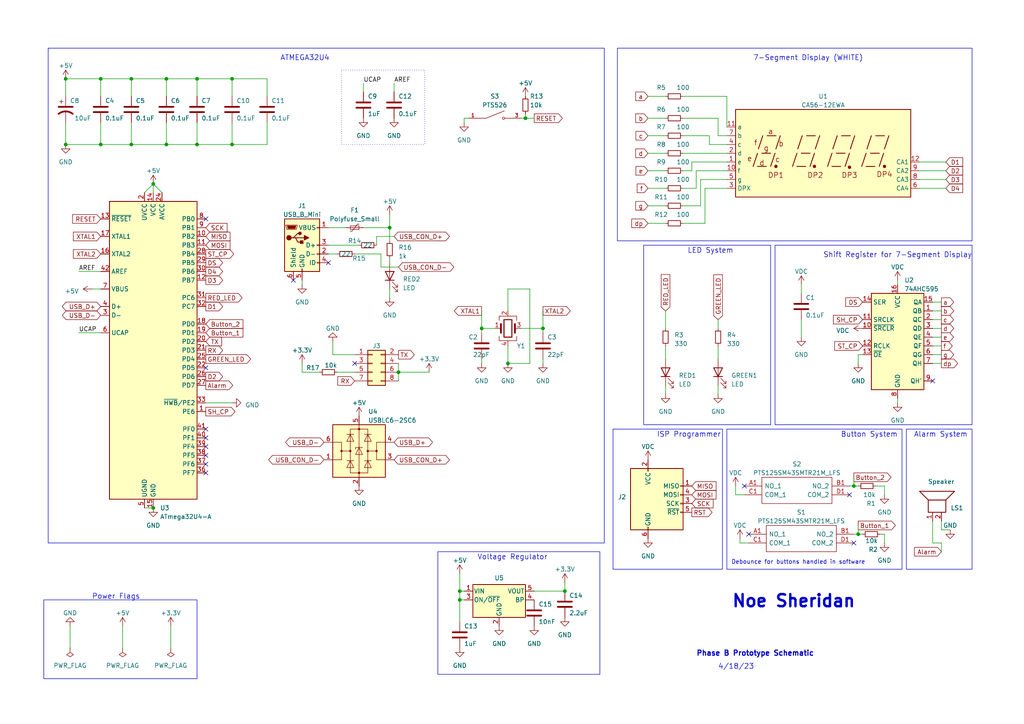
<source format=kicad_sch>
(kicad_sch (version 20230121) (generator eeschema)
  (paper "A4")
  (junction (at 248.92 154.94))
  (junction (at 57.15 41.91))
  (junction (at 57.15 22.86))
  (junction (at 38.1 22.86))
  (junction (at 139.7 95.25))
  (junction (at 48.26 22.86))
  (junction (at 133.35 173.99))
  (junction (at 147.32 105.41))
  (junction (at 19.05 41.91))
  (junction (at 133.35 171.45))
  (junction (at 38.1 41.91))
  (junction (at 29.21 22.86))
  (junction (at 115.57 107.95))
  (junction (at 44.45 147.32))
  (junction (at 163.83 171.45))
  (junction (at 247.65 140.97))
  (junction (at 44.45 53.34))
  (junction (at 113.03 66.04))
  (junction (at 67.31 22.86))
  (junction (at 157.48 95.25))
  (junction (at 29.21 41.91))
  (junction (at 67.31 41.91))
  (junction (at 152.4 34.29))
  (junction (at 48.26 41.91))
  (junction (at 19.05 22.86))
  (no_connect (at 59.69 137.16))
  (no_connect (at 95.25 76.2))
  (no_connect (at 102.87 105.41))
  (no_connect (at 85.09 81.28))
  (no_connect (at 247.65 157.48))
  (no_connect (at 217.17 154.94))
  (no_connect (at 246.38 143.51))
  (no_connect (at 59.69 63.5))
  (no_connect (at 59.69 124.46))
  (no_connect (at 59.69 129.54))
  (no_connect (at 215.9 140.97))
  (no_connect (at 59.69 134.62))
  (no_connect (at 270.51 110.49))
  (no_connect (at 59.69 132.08))
  (no_connect (at 59.69 127))
  (no_connect (at 59.69 106.68))
  (wire (pts (xy 59.69 116.84) (xy 67.31 116.84)))
  (wire (pts (xy 105.41 24.13) (xy 105.41 26.67)))
  (wire (pts (xy 115.57 105.41) (xy 115.57 107.95)))
  (wire (pts (xy 48.26 22.86) (xy 57.15 22.86)))
  (wire (pts (xy 38.1 22.86) (xy 38.1 27.94)))
  (wire (pts (xy 46.99 55.88) (xy 44.45 53.34)))
  (wire (pts (xy 193.04 111.76) (xy 193.04 114.3)))
  (wire (pts (xy 19.05 41.91) (xy 29.21 41.91)))
  (wire (pts (xy 57.15 22.86) (xy 57.15 27.94)))
  (wire (pts (xy 266.7 52.07) (xy 274.32 52.07)))
  (wire (pts (xy 193.04 100.33) (xy 193.04 104.14)))
  (wire (pts (xy 109.22 68.58) (xy 114.3 68.58)))
  (wire (pts (xy 95.25 71.12) (xy 104.14 71.12)))
  (wire (pts (xy 154.94 34.29) (xy 152.4 34.29)))
  (wire (pts (xy 198.12 34.29) (xy 208.28 34.29)))
  (wire (pts (xy 213.36 140.97) (xy 213.36 143.51)))
  (wire (pts (xy 152.4 33.02) (xy 152.4 34.29)))
  (wire (pts (xy 204.47 64.77) (xy 204.47 54.61)))
  (wire (pts (xy 95.25 73.66) (xy 97.79 73.66)))
  (wire (pts (xy 208.28 111.76) (xy 208.28 114.3)))
  (wire (pts (xy 147.32 83.82) (xy 147.32 90.17)))
  (wire (pts (xy 87.63 107.95) (xy 92.71 107.95)))
  (wire (pts (xy 19.05 22.86) (xy 19.05 27.94)))
  (wire (pts (xy 77.47 22.86) (xy 77.47 27.94)))
  (wire (pts (xy 203.2 52.07) (xy 210.82 52.07)))
  (wire (pts (xy 273.05 157.48) (xy 270.51 157.48)))
  (wire (pts (xy 198.12 59.69) (xy 203.2 59.69)))
  (wire (pts (xy 57.15 41.91) (xy 67.31 41.91)))
  (wire (pts (xy 133.35 173.99) (xy 133.35 180.34)))
  (wire (pts (xy 147.32 100.33) (xy 147.32 105.41)))
  (wire (pts (xy 110.49 73.66) (xy 110.49 77.47)))
  (wire (pts (xy 113.03 74.93) (xy 113.03 76.2)))
  (wire (pts (xy 210.82 27.94) (xy 210.82 36.83)))
  (wire (pts (xy 96.52 99.06) (xy 96.52 102.87)))
  (wire (pts (xy 113.03 66.04) (xy 113.03 69.85)))
  (wire (pts (xy 157.48 105.41) (xy 157.48 104.14)))
  (wire (pts (xy 260.35 115.57) (xy 260.35 116.84)))
  (wire (pts (xy 187.96 49.53) (xy 193.04 49.53)))
  (wire (pts (xy 102.87 73.66) (xy 110.49 73.66)))
  (wire (pts (xy 200.66 46.99) (xy 210.82 46.99)))
  (wire (pts (xy 204.47 54.61) (xy 210.82 54.61)))
  (wire (pts (xy 105.41 66.04) (xy 113.03 66.04)))
  (wire (pts (xy 201.93 49.53) (xy 210.82 49.53)))
  (wire (pts (xy 35.56 181.61) (xy 35.56 187.96)))
  (wire (pts (xy 247.65 154.94) (xy 248.92 154.94)))
  (wire (pts (xy 153.67 83.82) (xy 153.67 105.41)))
  (wire (pts (xy 133.35 166.37) (xy 133.35 171.45)))
  (wire (pts (xy 49.53 181.61) (xy 49.53 187.96)))
  (wire (pts (xy 110.49 77.47) (xy 115.57 77.47)))
  (wire (pts (xy 187.96 44.45) (xy 193.04 44.45)))
  (wire (pts (xy 48.26 35.56) (xy 48.26 41.91)))
  (wire (pts (xy 147.32 105.41) (xy 153.67 105.41)))
  (wire (pts (xy 260.35 81.28) (xy 260.35 82.55)))
  (wire (pts (xy 270.51 100.33) (xy 273.05 100.33)))
  (wire (pts (xy 38.1 35.56) (xy 38.1 41.91)))
  (wire (pts (xy 154.94 171.45) (xy 163.83 171.45)))
  (wire (pts (xy 187.96 27.94) (xy 193.04 27.94)))
  (wire (pts (xy 139.7 95.25) (xy 139.7 96.52)))
  (wire (pts (xy 200.66 49.53) (xy 198.12 49.53)))
  (wire (pts (xy 198.12 54.61) (xy 201.93 54.61)))
  (wire (pts (xy 97.79 107.95) (xy 102.87 107.95)))
  (wire (pts (xy 187.96 54.61) (xy 193.04 54.61)))
  (wire (pts (xy 87.63 107.95) (xy 87.63 105.41)))
  (wire (pts (xy 19.05 22.86) (xy 29.21 22.86)))
  (wire (pts (xy 113.03 66.04) (xy 113.03 62.23)))
  (wire (pts (xy 198.12 44.45) (xy 210.82 44.45)))
  (wire (pts (xy 248.92 154.94) (xy 250.19 154.94)))
  (wire (pts (xy 77.47 35.56) (xy 77.47 41.91)))
  (wire (pts (xy 115.57 107.95) (xy 124.46 107.95)))
  (wire (pts (xy 134.62 173.99) (xy 133.35 173.99)))
  (wire (pts (xy 48.26 22.86) (xy 48.26 27.94)))
  (wire (pts (xy 22.86 96.52) (xy 29.21 96.52)))
  (wire (pts (xy 115.57 107.95) (xy 115.57 110.49)))
  (wire (pts (xy 38.1 41.91) (xy 48.26 41.91)))
  (wire (pts (xy 29.21 35.56) (xy 29.21 41.91)))
  (wire (pts (xy 139.7 105.41) (xy 139.7 104.14)))
  (wire (pts (xy 67.31 22.86) (xy 77.47 22.86)))
  (wire (pts (xy 193.04 90.17) (xy 193.04 95.25)))
  (wire (pts (xy 250.19 102.87) (xy 248.92 102.87)))
  (wire (pts (xy 96.52 102.87) (xy 102.87 102.87)))
  (wire (pts (xy 256.54 154.94) (xy 256.54 157.48)))
  (wire (pts (xy 198.12 27.94) (xy 210.82 27.94)))
  (wire (pts (xy 114.3 24.13) (xy 114.3 26.67)))
  (wire (pts (xy 217.17 157.48) (xy 214.63 157.48)))
  (wire (pts (xy 133.35 173.99) (xy 133.35 171.45)))
  (wire (pts (xy 41.91 147.32) (xy 44.45 147.32)))
  (wire (pts (xy 157.48 90.17) (xy 157.48 95.25)))
  (wire (pts (xy 133.35 171.45) (xy 134.62 171.45)))
  (wire (pts (xy 205.74 41.91) (xy 210.82 41.91)))
  (wire (pts (xy 151.13 34.29) (xy 152.4 34.29)))
  (wire (pts (xy 163.83 168.91) (xy 163.83 171.45)))
  (wire (pts (xy 208.28 100.33) (xy 208.28 104.14)))
  (wire (pts (xy 67.31 35.56) (xy 67.31 41.91)))
  (wire (pts (xy 232.41 92.71) (xy 232.41 97.79)))
  (wire (pts (xy 232.41 82.55) (xy 232.41 85.09)))
  (wire (pts (xy 20.32 181.61) (xy 20.32 187.96)))
  (wire (pts (xy 247.65 140.97) (xy 248.92 140.97)))
  (wire (pts (xy 44.45 53.34) (xy 44.45 55.88)))
  (wire (pts (xy 248.92 152.4) (xy 248.92 154.94)))
  (wire (pts (xy 256.54 140.97) (xy 256.54 143.51)))
  (wire (pts (xy 266.7 49.53) (xy 274.32 49.53)))
  (wire (pts (xy 270.51 87.63) (xy 273.05 87.63)))
  (wire (pts (xy 19.05 35.56) (xy 19.05 41.91)))
  (wire (pts (xy 151.13 95.25) (xy 157.48 95.25)))
  (wire (pts (xy 270.51 95.25) (xy 273.05 95.25)))
  (wire (pts (xy 147.32 83.82) (xy 153.67 83.82)))
  (wire (pts (xy 270.51 105.41) (xy 273.05 105.41)))
  (wire (pts (xy 157.48 95.25) (xy 157.48 96.52)))
  (wire (pts (xy 208.28 39.37) (xy 210.82 39.37)))
  (wire (pts (xy 139.7 90.17) (xy 139.7 95.25)))
  (wire (pts (xy 266.7 46.99) (xy 274.32 46.99)))
  (wire (pts (xy 255.27 154.94) (xy 256.54 154.94)))
  (wire (pts (xy 67.31 41.91) (xy 77.47 41.91)))
  (wire (pts (xy 247.65 140.97) (xy 247.65 138.43)))
  (wire (pts (xy 109.22 71.12) (xy 109.22 68.58)))
  (wire (pts (xy 198.12 64.77) (xy 204.47 64.77)))
  (wire (pts (xy 270.51 97.79) (xy 273.05 97.79)))
  (wire (pts (xy 100.33 66.04) (xy 95.25 66.04)))
  (wire (pts (xy 135.89 34.29) (xy 134.62 34.29)))
  (wire (pts (xy 187.96 64.77) (xy 193.04 64.77)))
  (wire (pts (xy 275.59 153.67) (xy 273.05 153.67)))
  (wire (pts (xy 29.21 41.91) (xy 38.1 41.91)))
  (wire (pts (xy 273.05 160.02) (xy 273.05 157.48)))
  (wire (pts (xy 41.91 55.88) (xy 44.45 53.34)))
  (wire (pts (xy 208.28 34.29) (xy 208.28 39.37)))
  (wire (pts (xy 38.1 22.86) (xy 48.26 22.86)))
  (wire (pts (xy 29.21 22.86) (xy 38.1 22.86)))
  (wire (pts (xy 270.51 90.17) (xy 273.05 90.17)))
  (wire (pts (xy 205.74 39.37) (xy 205.74 41.91)))
  (wire (pts (xy 201.93 54.61) (xy 201.93 49.53)))
  (wire (pts (xy 270.51 102.87) (xy 273.05 102.87)))
  (wire (pts (xy 273.05 153.67) (xy 273.05 151.13)))
  (wire (pts (xy 214.63 157.48) (xy 214.63 156.21)))
  (wire (pts (xy 57.15 35.56) (xy 57.15 41.91)))
  (wire (pts (xy 187.96 39.37) (xy 193.04 39.37)))
  (wire (pts (xy 208.28 92.71) (xy 208.28 95.25)))
  (wire (pts (xy 29.21 22.86) (xy 29.21 27.94)))
  (wire (pts (xy 187.96 59.69) (xy 193.04 59.69)))
  (wire (pts (xy 187.96 34.29) (xy 193.04 34.29)))
  (wire (pts (xy 266.7 54.61) (xy 274.32 54.61)))
  (wire (pts (xy 22.86 78.74) (xy 29.21 78.74)))
  (wire (pts (xy 213.36 143.51) (xy 215.9 143.51)))
  (wire (pts (xy 270.51 92.71) (xy 273.05 92.71)))
  (wire (pts (xy 134.62 34.29) (xy 134.62 35.56)))
  (wire (pts (xy 198.12 39.37) (xy 205.74 39.37)))
  (wire (pts (xy 87.63 82.55) (xy 87.63 81.28)))
  (wire (pts (xy 57.15 22.86) (xy 67.31 22.86)))
  (wire (pts (xy 48.26 41.91) (xy 57.15 41.91)))
  (wire (pts (xy 246.38 140.97) (xy 247.65 140.97)))
  (wire (pts (xy 67.31 22.86) (xy 67.31 27.94)))
  (wire (pts (xy 248.92 102.87) (xy 248.92 105.41)))
  (wire (pts (xy 26.67 83.82) (xy 29.21 83.82)))
  (wire (pts (xy 139.7 95.25) (xy 143.51 95.25)))
  (wire (pts (xy 200.66 49.53) (xy 200.66 46.99)))
  (wire (pts (xy 203.2 59.69) (xy 203.2 52.07)))
  (wire (pts (xy 254 140.97) (xy 256.54 140.97)))
  (wire (pts (xy 270.51 157.48) (xy 270.51 151.13)))
  (wire (pts (xy 113.03 83.82) (xy 113.03 86.36)))
  (rectangle (start 210.82 124.46) (end 261.62 165.1))
  (rectangle (start 262.89 124.46) (end 281.94 165.1))
  (rectangle (start 177.8 124.46) (end 209.55 165.1))
  (rectangle (start 127 160.02) (end 173.99 195.58))
  (rectangle (start 99.06 20.32) (end 123.19 41.91) (stroke (width 0) (type dot)))
  (rectangle (start 186.69 71.12) (end 223.52 123.19))
  (rectangle (start 12.7 173.99) (end 57.15 196.85))
  (rectangle (start 224.79 71.12) (end 281.94 123.19))
  (rectangle (start 13.97 13.97) (end 175.26 157.48))
  (rectangle (start 179.07 13.97) (end 281.94 69.85))
  (text "Alarm System" (at 280.67 127 0) (effects (font (size 1.5 1.5)) (justify right bottom)))
  (text "LED System" (at 199.39 73.66 0) (effects (font (size 1.5 1.5)) (justify left bottom)))
  (text "Shift Register for 7-Segment Display" (at 238.76 74.93 0) (effects (font (size 1.5 1.5)) (justify left bottom)))
  (text "ATMEGA32U4" (at 81.28 17.78 0) (effects (font (size 1.5 1.5)) (justify left bottom)))
  (text "Power Flags" (at 26.67 173.99 0) (effects (font (size 1.5 1.5)) (justify left bottom)))
  (text "Voltage Regulator" (at 138.43 162.56 0) (effects (font (size 1.5 1.5)) (justify left bottom)))
  (text "Phase B Prototype Schematic" (at 201.93 190.5 0) (effects (font (size 1.5 1.5) (thickness 0.3) bold) (justify left bottom)))
  (text "4/18/23" (at 208.28 194.31 0) (effects (font (size 1.5 1.5)) (justify left bottom)))
  (text "7-Segment Display (WHITE)" (at 218.44 17.78 0) (effects (font (size 1.5 1.5)) (justify left bottom)))
  (text "Noe Sheridan" (at 212.09 176.53 0) (effects (font (size 3.5 3.5) (thickness 0.7) bold) (justify left bottom)))
  (text "Debounce for buttons handled in software" (at 212.09 163.83 0) (effects (font (size 1.2 1.2)) (justify left bottom)))
  (text "Button System" (at 243.84 127 0) (effects (font (size 1.5 1.5)) (justify left bottom)))
  (text "ISP Programmer" (at 190.5 127 0) (effects (font (size 1.5 1.5)) (justify left bottom)))
  (label "UCAP" (at 105.41 24.13 0))
  (label "AREF" (at 22.86 78.74 0))
  (label "UCAP" (at 22.86 96.52 0))
  (label "AREF" (at 114.3 24.13 0))
  (global_label "TX" (shape output) (at 115.57 102.87 0) (property "Intersheetrefs" "${INTERSHEET_REFS}" (effects hide)))
  (global_label "dp" (shape output) (at 273.05 105.41 0) (property "Intersheetrefs" "${INTERSHEET_REFS}" (effects hide)))
  (global_label "MISO" (shape input) (at 59.69 68.58 0) (property "Intersheetrefs" "${INTERSHEET_REFS}" (effects hide)))
  (global_label "TX" (shape input) (at 59.69 99.06 0) (property "Intersheetrefs" "${INTERSHEET_REFS}" (effects hide)))
  (global_label "Button_1" (shape output) (at 248.92 152.4 0) (property "Intersheetrefs" "${INTERSHEET_REFS}" (effects hide)))
  (global_label "XTAL2" (shape input) (at 29.21 73.66 180) (property "Intersheetrefs" "${INTERSHEET_REFS}" (effects hide)))
  (global_label "D4" (shape input) (at 274.32 54.61 0) (property "Intersheetrefs" "${INTERSHEET_REFS}" (effects hide)))
  (global_label "ST_CP" (shape output) (at 59.69 73.66 0) (property "Intersheetrefs" "${INTERSHEET_REFS}" (effects hide)))
  (global_label "Alarm" (shape output) (at 59.69 111.76 0) (property "Intersheetrefs" "${INTERSHEET_REFS}" (effects hide)))
  (global_label "USB_CON_D+" (shape bidirectional) (at 114.3 68.58 0) (property "Intersheetrefs" "${INTERSHEET_REFS}" (effects hide)))
  (global_label "RESET" (shape input) (at 29.21 63.5 180) (property "Intersheetrefs" "${INTERSHEET_REFS}" (effects hide)))
  (global_label "GREEN_LED" (shape input) (at 208.28 92.71 90) (property "Intersheetrefs" "${INTERSHEET_REFS}" (effects hide)))
  (global_label "USB_CON_D-" (shape bidirectional) (at 93.98 133.35 180) (property "Intersheetrefs" "${INTERSHEET_REFS}" (effects hide)))
  (global_label "DS" (shape output) (at 59.69 76.2 0) (property "Intersheetrefs" "${INTERSHEET_REFS}" (effects hide)))
  (global_label "USB_CON_D-" (shape bidirectional) (at 115.57 77.47 0) (property "Intersheetrefs" "${INTERSHEET_REFS}" (effects hide)))
  (global_label "c" (shape input) (at 187.96 39.37 180) (property "Intersheetrefs" "${INTERSHEET_REFS}" (effects hide)))
  (global_label "a" (shape input) (at 187.96 27.94 180) (property "Intersheetrefs" "${INTERSHEET_REFS}" (effects hide)))
  (global_label "D3" (shape output) (at 59.69 81.28 0) (property "Intersheetrefs" "${INTERSHEET_REFS}" (effects hide)))
  (global_label "c" (shape output) (at 273.05 92.71 0) (property "Intersheetrefs" "${INTERSHEET_REFS}" (effects hide)))
  (global_label "USB_D+" (shape bidirectional) (at 114.3 128.27 0) (property "Intersheetrefs" "${INTERSHEET_REFS}" (effects hide)))
  (global_label "Button_1" (shape input) (at 59.69 96.52 0) (property "Intersheetrefs" "${INTERSHEET_REFS}" (effects hide)))
  (global_label "SH_CP" (shape output) (at 59.69 119.38 0) (property "Intersheetrefs" "${INTERSHEET_REFS}" (effects hide)))
  (global_label "b" (shape output) (at 273.05 90.17 0) (property "Intersheetrefs" "${INTERSHEET_REFS}" (effects hide)))
  (global_label "RED_LED" (shape input) (at 193.04 90.17 90) (property "Intersheetrefs" "${INTERSHEET_REFS}" (effects hide)))
  (global_label "D3" (shape input) (at 274.32 52.07 0) (property "Intersheetrefs" "${INTERSHEET_REFS}" (effects hide)))
  (global_label "d" (shape output) (at 273.05 95.25 0) (property "Intersheetrefs" "${INTERSHEET_REFS}" (effects hide)))
  (global_label "USB_D+" (shape bidirectional) (at 29.21 88.9 180) (property "Intersheetrefs" "${INTERSHEET_REFS}" (effects hide)))
  (global_label "D2" (shape input) (at 274.32 49.53 0) (property "Intersheetrefs" "${INTERSHEET_REFS}" (effects hide)))
  (global_label "dp" (shape input) (at 187.96 64.77 180) (property "Intersheetrefs" "${INTERSHEET_REFS}" (effects hide)))
  (global_label "Button_2" (shape output) (at 247.65 138.43 0) (property "Intersheetrefs" "${INTERSHEET_REFS}" (effects hide)))
  (global_label "SH_CP" (shape input) (at 250.19 92.71 180) (property "Intersheetrefs" "${INTERSHEET_REFS}" (effects hide)))
  (global_label "D1" (shape output) (at 59.69 88.9 0) (property "Intersheetrefs" "${INTERSHEET_REFS}" (effects hide)))
  (global_label "MOSI" (shape input) (at 200.66 143.51 0) (property "Intersheetrefs" "${INTERSHEET_REFS}" (effects hide)))
  (global_label "USB_CON_D+" (shape bidirectional) (at 114.3 133.35 0) (property "Intersheetrefs" "${INTERSHEET_REFS}" (effects hide)))
  (global_label "e" (shape output) (at 273.05 97.79 0) (property "Intersheetrefs" "${INTERSHEET_REFS}" (effects hide)))
  (global_label "e" (shape input) (at 187.96 49.53 180) (property "Intersheetrefs" "${INTERSHEET_REFS}" (effects hide)))
  (global_label "g" (shape input) (at 187.96 59.69 180) (property "Intersheetrefs" "${INTERSHEET_REFS}" (effects hide)))
  (global_label "GREEN_LED" (shape output) (at 59.69 104.14 0) (property "Intersheetrefs" "${INTERSHEET_REFS}" (effects hide)))
  (global_label "g" (shape output) (at 273.05 102.87 0) (property "Intersheetrefs" "${INTERSHEET_REFS}" (effects hide)))
  (global_label "b" (shape input) (at 187.96 34.29 180) (property "Intersheetrefs" "${INTERSHEET_REFS}" (effects hide)))
  (global_label "a" (shape output) (at 273.05 87.63 0) (property "Intersheetrefs" "${INTERSHEET_REFS}" (effects hide)))
  (global_label "XTAL1" (shape input) (at 29.21 68.58 180) (property "Intersheetrefs" "${INTERSHEET_REFS}" (effects hide)))
  (global_label "d" (shape input) (at 187.96 44.45 180) (property "Intersheetrefs" "${INTERSHEET_REFS}" (effects hide)))
  (global_label "RX" (shape input) (at 102.87 110.49 180) (property "Intersheetrefs" "${INTERSHEET_REFS}" (effects hide)))
  (global_label "D4" (shape output) (at 59.69 78.74 0) (property "Intersheetrefs" "${INTERSHEET_REFS}" (effects hide)))
  (global_label "Button_2" (shape input) (at 59.69 93.98 0) (property "Intersheetrefs" "${INTERSHEET_REFS}" (effects hide)))
  (global_label "RX" (shape output) (at 59.69 101.6 0) (property "Intersheetrefs" "${INTERSHEET_REFS}" (effects hide)))
  (global_label "XTAL2" (shape output) (at 157.48 90.17 0) (property "Intersheetrefs" "${INTERSHEET_REFS}" (effects hide)))
  (global_label "D2" (shape output) (at 59.69 109.22 0) (property "Intersheetrefs" "${INTERSHEET_REFS}" (effects hide)))
  (global_label "Alarm" (shape input) (at 273.05 160.02 180) (property "Intersheetrefs" "${INTERSHEET_REFS}" (effects hide)))
  (global_label "SCK" (shape input) (at 200.66 146.05 0) (property "Intersheetrefs" "${INTERSHEET_REFS}" (effects hide)))
  (global_label "RST" (shape output) (at 200.66 148.59 0) (property "Intersheetrefs" "${INTERSHEET_REFS}" (effects hide)))
  (global_label "DS" (shape input) (at 250.19 87.63 180) (property "Intersheetrefs" "${INTERSHEET_REFS}" (effects hide)))
  (global_label "MOSI" (shape input) (at 59.69 71.12 0) (property "Intersheetrefs" "${INTERSHEET_REFS}" (effects hide)))
  (global_label "f" (shape input) (at 187.96 54.61 180) (property "Intersheetrefs" "${INTERSHEET_REFS}" (effects hide)))
  (global_label "RESET" (shape output) (at 154.94 34.29 0) (property "Intersheetrefs" "${INTERSHEET_REFS}" (effects hide)))
  (global_label "f" (shape output) (at 273.05 100.33 0) (property "Intersheetrefs" "${INTERSHEET_REFS}" (effects hide)))
  (global_label "D1" (shape input) (at 274.32 46.99 0) (property "Intersheetrefs" "${INTERSHEET_REFS}" (effects hide)))
  (global_label "RED_LED" (shape output) (at 59.69 86.36 0) (property "Intersheetrefs" "${INTERSHEET_REFS}" (effects hide)))
  (global_label "ST_CP" (shape input) (at 250.19 100.33 180) (property "Intersheetrefs" "${INTERSHEET_REFS}" (effects hide)))
  (global_label "XTAL1" (shape output) (at 139.7 90.17 180) (property "Intersheetrefs" "${INTERSHEET_REFS}" (effects hide)))
  (global_label "SCK" (shape input) (at 59.69 66.04 0) (property "Intersheetrefs" "${INTERSHEET_REFS}" (effects hide)))
  (global_label "USB_D-" (shape bidirectional) (at 93.98 128.27 180) (property "Intersheetrefs" "${INTERSHEET_REFS}" (effects hide)))
  (global_label "USB_D-" (shape bidirectional) (at 29.21 91.44 180) (property "Intersheetrefs" "${INTERSHEET_REFS}" (effects hide)))
  (global_label "MISO" (shape input) (at 200.66 140.97 0) (property "Intersheetrefs" "${INTERSHEET_REFS}" (effects hide)))
  (symbol (lib_id "Device:C") (at 38.1 31.75 0) (unit 1)
    (property "Reference" "C5" (at 39.37 29.21 0) (effects (justify left)))
    (property "Value" "0.1uF" (at 39.37 34.29 0) (effects (justify left)))
    (property "Footprint" "Capacitor_SMD:C_0603_1608Metric" (effects hide))
  )
  (symbol (lib_name "GND_1") (lib_id "power:GND") (at 256.54 143.51 0) (unit 1)
    (property "Reference" "#PWR011" (effects hide))
    (property "Value" "GND" (at 256.54 148.59 0))
  )
  (symbol (lib_id "power:PWR_FLAG") (at 35.56 187.96 180) (unit 1)
    (property "Reference" "#FLG02" (effects hide))
    (property "Value" "PWR_FLAG" (at 35.56 193.04 0))
  )
  (symbol (lib_id "Device:C") (at 114.3 30.48 0) (unit 1)
    (property "Reference" "C12" (at 115.57 27.94 0) (effects (justify left)))
    (property "Value" "0.1uF" (at 115.57 33.02 0) (effects (justify left)))
    (property "Footprint" "Capacitor_SMD:C_0603_1608Metric" (effects hide))
  )
  (symbol (lib_name "GND_1") (lib_id "power:GND") (at 105.41 34.29 0) (unit 1)
    (property "Reference" "#PWR037" (effects hide))
    (property "Value" "GND" (at 105.41 39.37 0))
  )
  (symbol (lib_id "Device:C") (at 154.94 177.8 0) (unit 1)
    (property "Reference" "C15" (at 156.21 175.26 0) (effects (justify left)))
    (property "Value" "10nF" (at 156.21 180.34 0) (effects (justify left)))
    (property "Footprint" "Capacitor_SMD:C_0603_1608Metric" (effects hide))
  )
  (symbol (lib_name "GND_1") (lib_id "power:GND") (at 20.32 181.61 180) (unit 1)
    (property "Reference" "#PWR041" (effects hide))
    (property "Value" "GND" (at 20.32 177.8 0))
  )
  (symbol (lib_id "PTS125_SMD_Button:PTS125SM43SMTR21M_LFS") (at 215.9 140.97 0) (unit 1)
    (property "Reference" "S2" (at 231.14 134.62 0))
    (property "Value" "PTS125SM43SMTR21M_LFS" (at 231.14 137.16 0))
    (property "Footprint" "PTS125_SMD_Button:PTS125_SMD_Button" (effects hide))
    (property "Datasheet" "https://www.ckswitches.com/media/1462/pts125.pdf" (effects hide))
    (property "Description" "Tactile Switches SWITCH TACTILE 50mA @ 12VDC, SPST-NO, Surface Mount, Top Actuated, Gull Wing, 180gf" (effects hide))
    (property "Height" "4.3" (effects hide))
    (property "Manufacturer_Name" "C & K COMPONENTS" (effects hide))
    (property "Manufacturer_Part_Number" "PTS125SM43SMTR21M LFS" (effects hide))
    (property "Mouser Part Number" "611-PTS125S43SMTRLFS" (effects hide))
    (property "Mouser Price/Stock" "https://www.mouser.co.uk/ProductDetail/CK/PTS125SM43SMTR21M-LFS?qs=t7xnP681wgUNXpRGJY2Vkw%3D%3D" (effects hide))
  )
  (symbol (lib_id "Device:R_Small") (at 195.58 39.37 90) (unit 1)
    (property "Reference" "R7" (at 191.77 36.83 90))
    (property "Value" "100" (at 198.12 36.83 90))
    (property "Footprint" "Resistor_SMD:R_0805_2012Metric" (effects hide))
  )
  (symbol (lib_id "Device:R_Small") (at 195.58 34.29 90) (unit 1)
    (property "Reference" "R6" (at 191.77 31.75 90))
    (property "Value" "100" (at 198.12 31.75 90))
    (property "Footprint" "Resistor_SMD:R_0805_2012Metric" (effects hide))
  )
  (symbol (lib_name "+5V_1") (lib_id "power:+5V") (at 113.03 62.23 0) (unit 1)
    (property "Reference" "#PWR05" (effects hide))
    (property "Value" "+5V" (at 113.03 58.42 0))
  )
  (symbol (lib_name "+5V_1") (lib_id "power:+5V") (at 19.05 22.86 0) (unit 1)
    (property "Reference" "#PWR04" (effects hide))
    (property "Value" "+5V" (at 19.05 19.05 0))
  )
  (symbol (lib_id "power:+3.3V") (at 49.53 181.61 0) (unit 1)
    (property "Reference" "#PWR043" (effects hide))
    (property "Value" "+3.3V" (at 49.53 177.8 0))
  )
  (symbol (lib_name "GND_1") (lib_id "power:GND") (at 260.35 116.84 0) (unit 1)
    (property "Reference" "#PWR016" (effects hide))
    (property "Value" "GND" (at 260.35 121.92 0))
  )
  (symbol (lib_name "GND_1") (lib_id "power:GND") (at 163.83 179.07 0) (unit 1)
    (property "Reference" "#PWR031" (effects hide))
    (property "Value" "GND" (at 163.83 184.15 0))
  )
  (symbol (lib_name "GND_1") (lib_id "power:GND") (at 248.92 105.41 0) (unit 1)
    (property "Reference" "#PWR013" (effects hide))
    (property "Value" "GND" (at 248.92 110.49 0))
  )
  (symbol (lib_id "Device:R_Small") (at 193.04 97.79 0) (unit 1)
    (property "Reference" "R3" (at 195.58 97.155 0) (effects (justify left)))
    (property "Value" "330" (at 195.58 99.695 0) (effects (justify left)))
    (property "Footprint" "Resistor_SMD:R_0805_2012Metric" (effects hide))
  )
  (symbol (lib_id "Device:C") (at 57.15 31.75 0) (unit 1)
    (property "Reference" "C7" (at 58.42 29.21 0) (effects (justify left)))
    (property "Value" "0.1uF" (at 58.42 34.29 0) (effects (justify left)))
    (property "Footprint" "Capacitor_SMD:C_0603_1608Metric" (effects hide))
  )
  (symbol (lib_name "GND_1") (lib_id "power:GND") (at 193.04 114.3 0) (unit 1)
    (property "Reference" "#PWR06" (effects hide))
    (property "Value" "GND" (at 193.04 119.38 0))
  )
  (symbol (lib_id "Connector:AVR-ISP-6") (at 190.5 146.05 0) (unit 1)
    (property "Reference" "J2" (at 181.61 144.145 0) (effects (justify right)))
    (property "Value" "AVR-ISP-6" (effects hide))
    (property "Footprint" "Connector_PinSocket_2.54mm:PinSocket_2x03_P2.54mm_Vertical" (effects hide))
    (property "Datasheet" " ~" (effects hide))
  )
  (symbol (lib_id "Device:C") (at 105.41 30.48 0) (unit 1)
    (property "Reference" "C9" (at 106.68 27.94 0) (effects (justify left)))
    (property "Value" "1uF" (at 106.68 33.02 0) (effects (justify left)))
    (property "Footprint" "Capacitor_SMD:C_0603_1608Metric" (effects hide))
  )
  (symbol (lib_id "power:PWR_FLAG") (at 20.32 187.96 180) (unit 1)
    (property "Reference" "#FLG01" (effects hide))
    (property "Value" "PWR_FLAG" (at 20.32 193.04 0))
  )
  (symbol (lib_name "+5V_1") (lib_id "power:+5V") (at 26.67 83.82 90) (unit 1)
    (property "Reference" "#PWR035" (effects hide))
    (property "Value" "+5V" (at 22.86 84.455 90) (effects (justify left)))
  )
  (symbol (lib_name "+5V_1") (lib_id "power:+5V") (at 35.56 181.61 0) (unit 1)
    (property "Reference" "#PWR042" (effects hide))
    (property "Value" "+5V" (at 35.56 177.8 0))
  )
  (symbol (lib_name "GND_1") (lib_id "power:GND") (at 19.05 41.91 0) (unit 1)
    (property "Reference" "#PWR03" (effects hide))
    (property "Value" "GND" (at 19.05 46.99 0))
  )
  (symbol (lib_name "GND_1") (lib_id "power:GND") (at 133.35 187.96 0) (unit 1)
    (property "Reference" "#PWR029" (effects hide))
    (property "Value" "GND" (at 133.35 193.04 0))
  )
  (symbol (lib_name "GND_1") (lib_id "power:GND") (at 113.03 86.36 0) (unit 1)
    (property "Reference" "#PWR020" (effects hide))
    (property "Value" "GND" (at 113.03 91.44 0))
  )
  (symbol (lib_name "+5V_1") (lib_id "power:+5V") (at 133.35 166.37 0) (unit 1)
    (property "Reference" "#PWR028" (effects hide))
    (property "Value" "+5V" (at 133.35 162.56 0))
  )
  (symbol (lib_id "Device:R_Small") (at 113.03 72.39 0) (unit 1)
    (property "Reference" "R16" (at 115.57 71.755 0) (effects (justify left)))
    (property "Value" "1k" (at 115.57 74.295 0) (effects (justify left)))
    (property "Footprint" "Resistor_SMD:R_0603_1608Metric" (effects hide))
  )
  (symbol (lib_id "Power_Protection:USBLC6-2SC6") (at 104.14 130.81 0) (unit 1)
    (property "Reference" "U4" (at 106.7817 119.38 0) (effects (justify left)))
    (property "Value" "USBLC6-2SC6" (at 106.7817 121.92 0) (effects (justify left)))
    (property "Footprint" "Package_TO_SOT_SMD:SOT-23-6" (effects hide))
    (property "Datasheet" "https://www.st.com/resource/en/datasheet/usblc6-2.pdf" (effects hide))
  )
  (symbol (lib_id "Device:C") (at 163.83 175.26 0) (unit 1)
    (property "Reference" "C14" (at 165.1 172.72 0) (effects (justify left)))
    (property "Value" "2.2uF" (at 165.1 177.8 0) (effects (justify left)))
    (property "Footprint" "Capacitor_SMD:C_0603_1608Metric" (effects hide))
  )
  (symbol (lib_name "GND_1") (lib_id "power:GND") (at 232.41 97.79 0) (unit 1)
    (property "Reference" "#PWR045" (effects hide))
    (property "Value" "GND" (at 232.41 102.87 0))
  )
  (symbol (lib_id "power:+3.3V") (at 124.46 107.95 0) (unit 1)
    (property "Reference" "#PWR023" (effects hide))
    (property "Value" "+3.3V" (at 124.46 104.14 0))
  )
  (symbol (lib_id "Device:R_Small") (at 100.33 73.66 90) (unit 1)
    (property "Reference" "R15" (at 104.14 74.93 90))
    (property "Value" "22" (at 100.33 73.66 90))
    (property "Footprint" "Resistor_SMD:R_0603_1608Metric" (effects hide))
  )
  (symbol (lib_id "power:VDC") (at 214.63 156.21 0) (unit 1)
    (property "Reference" "#PWR07" (effects hide))
    (property "Value" "5V" (at 214.63 152.4 0))
  )
  (symbol (lib_id "Device:R_Small") (at 152.4 30.48 0) (unit 1)
    (property "Reference" "R13" (at 153.67 27.94 0) (effects (justify left)))
    (property "Value" "10k" (at 153.67 30.48 0) (effects (justify left)))
    (property "Footprint" "Resistor_SMD:R_0603_1608Metric" (effects hide))
  )
  (symbol (lib_id "Device:R_Small") (at 195.58 49.53 90) (unit 1)
    (property "Reference" "R9" (at 191.77 46.99 90))
    (property "Value" "100" (at 198.12 46.99 90))
    (property "Footprint" "Resistor_SMD:R_0805_2012Metric" (effects hide))
  )
  (symbol (lib_id "MCU_Microchip_ATmega:ATmega32U4-A") (at 44.45 101.6 0) (unit 1)
    (property "Reference" "U3" (at 46.4059 147.32 0) (effects (justify left)))
    (property "Value" "ATmega32U4-A" (at 46.4059 149.86 0) (effects (justify left)))
    (property "Footprint" "Package_QFP:TQFP-44_10x10mm_P0.8mm" (effects hide))
    (property "Datasheet" "http://ww1.microchip.com/downloads/en/DeviceDoc/Atmel-7766-8-bit-AVR-ATmega16U4-32U4_Datasheet.pdf" (effects hide))
  )
  (symbol (lib_id "Device:LED") (at 193.04 107.95 90) (unit 1)
    (property "Reference" "RED1" (at 196.85 108.9025 90) (effects (justify right)))
    (property "Value" "LED" (at 196.85 111.4425 90) (effects (justify right)))
    (property "Footprint" "LED_SMD:LED_0805_2012Metric" (effects hide))
  )
  (symbol (lib_id "power:PWR_FLAG") (at 49.53 187.96 180) (unit 1)
    (property "Reference" "#FLG03" (effects hide))
    (property "Value" "PWR_FLAG" (at 49.53 193.04 0))
  )
  (symbol (lib_id "74xx:74AHC595") (at 260.35 97.79 0) (unit 1)
    (property "Reference" "U2" (at 262.3059 81.28 0) (effects (justify left)))
    (property "Value" "74AHC595" (at 262.3059 83.82 0) (effects (justify left)))
    (property "Footprint" "Package_SO:TSSOP-16_4.4x5mm_P0.65mm" (effects hide))
    (property "Datasheet" "https://assets.nexperia.com/documents/data-sheet/74AHC_AHCT595.pdf" (effects hide))
  )
  (symbol (lib_name "GND_1") (lib_id "power:GND") (at 134.62 35.56 0) (unit 1)
    (property "Reference" "#PWR018" (effects hide))
    (property "Value" "GND" (at 134.62 40.64 0))
  )
  (symbol (lib_id "power:VDC") (at 232.41 82.55 0) (unit 1)
    (property "Reference" "#PWR044" (effects hide))
    (property "Value" "5V" (at 232.41 78.74 0))
  )
  (symbol (lib_id "Device:LED") (at 208.28 107.95 90) (unit 1)
    (property "Reference" "GREEN1" (at 212.09 108.9025 90) (effects (justify right)))
    (property "Value" "LED" (at 212.09 111.4425 90) (effects (justify right)))
    (property "Footprint" "LED_SMD:LED_0805_2012Metric" (effects hide))
  )
  (symbol (lib_name "GND_1") (lib_id "power:GND") (at 87.63 82.55 0) (unit 1)
    (property "Reference" "#PWR019" (effects hide))
    (property "Value" "GND" (at 87.63 87.63 0))
  )
  (symbol (lib_id "Device:Polyfuse_Small") (at 102.87 66.04 90) (unit 1)
    (property "Reference" "F1" (at 102.87 60.96 90))
    (property "Value" "Polyfuse_Small" (at 102.87 63.5 90))
    (property "Footprint" "Fuse:Fuse_1812_4532Metric" (effects hide))
  )
  (symbol (lib_name "+5V_1") (lib_id "power:+5V") (at 104.14 120.65 0) (unit 1)
    (property "Reference" "#PWR034" (effects hide))
    (property "Value" "+5V" (at 104.14 116.84 0))
  )
  (symbol (lib_name "GND_1") (lib_id "power:GND") (at 67.31 116.84 90) (unit 1)
    (property "Reference" "#PWR036" (effects hide))
    (property "Value" "GND" (at 71.12 117.475 90) (effects (justify right)))
  )
  (symbol (lib_id "PTS526_SMD_Button:PTS526_SM08_SMTR2_LFS") (at 143.51 34.29 0) (unit 1)
    (property "Reference" "S3" (at 143.51 27.94 0))
    (property "Value" "PTS526" (at 143.51 30.48 0))
    (property "Footprint" "PTS526_SMD_Button:PTS526_SMD_Button" (effects hide))
    (property "STANDARD" "Manufacturer Recommendations" (effects hide))
    (property "MANUFACTURER" "C&K" (effects hide))
    (property "PARTREV" "20 mar 19" (effects hide))
    (property "MAXIMUM_PACKAGE_HEIGHT" "0.95mm" (effects hide))
  )
  (symbol (lib_name "GND_1") (lib_id "power:GND") (at 208.28 114.3 0) (unit 1)
    (property "Reference" "#PWR09" (effects hide))
    (property "Value" "GND" (at 208.28 119.38 0))
  )
  (symbol (lib_name "GND_1") (lib_id "power:GND") (at 256.54 157.48 0) (unit 1)
    (property "Reference" "#PWR08" (effects hide))
    (property "Value" "GND" (at 256.54 162.56 0))
  )
  (symbol (lib_name "GND_1") (lib_id "power:GND") (at 44.45 147.32 0) (unit 1)
    (property "Reference" "#PWR021" (effects hide))
    (property "Value" "GND" (at 44.45 152.4 0))
  )
  (symbol (lib_id "power:VDC") (at 213.36 140.97 0) (unit 1)
    (property "Reference" "#PWR010" (effects hide))
    (property "Value" "5V" (at 213.36 137.16 0))
  )
  (symbol (lib_id "Device:C") (at 232.41 88.9 0) (unit 1)
    (property "Reference" "C1" (at 233.68 86.36 0) (effects (justify left)))
    (property "Value" "0.1uF" (at 233.68 91.44 0) (effects (justify left)))
    (property "Footprint" "Capacitor_SMD:C_0603_1608Metric" (effects hide))
  )
  (symbol (lib_id "Device:C") (at 77.47 31.75 0) (unit 1)
    (property "Reference" "C11" (at 78.74 29.21 0) (effects (justify left)))
    (property "Value" "0.1uF" (at 78.74 34.29 0) (effects (justify left)))
    (property "Footprint" "Capacitor_SMD:C_0603_1608Metric" (effects hide))
  )
  (symbol (lib_id "Device:R_Small") (at 195.58 64.77 90) (unit 1)
    (property "Reference" "R12" (at 191.77 62.23 90))
    (property "Value" "100" (at 198.12 62.23 90))
    (property "Footprint" "Resistor_SMD:R_0805_2012Metric" (effects hide))
  )
  (symbol (lib_id "Connector_Generic:Conn_02x04_Odd_Even") (at 107.95 105.41 0) (unit 1)
    (property "Reference" "J3" (at 109.22 100.33 0))
    (property "Value" "Conn_02x04_Odd_Even" (effects hide))
    (property "Footprint" "Connector_PinSocket_2.54mm:PinSocket_2x04_P2.54mm_Vertical" (effects hide))
  )
  (symbol (lib_id "power:+3.3V") (at 163.83 168.91 0) (unit 1)
    (property "Reference" "#PWR027" (effects hide))
    (property "Value" "+3.3V" (at 163.83 165.1 0))
  )
  (symbol (lib_id "Device:C") (at 67.31 31.75 0) (unit 1)
    (property "Reference" "C10" (at 68.58 29.21 0) (effects (justify left)))
    (property "Value" "0.1uF" (at 68.58 34.29 0) (effects (justify left)))
    (property "Footprint" "Capacitor_SMD:C_0603_1608Metric" (effects hide))
  )
  (symbol (lib_name "GND_1") (lib_id "power:GND") (at 114.3 34.29 0) (unit 1)
    (property "Reference" "#PWR038" (effects hide))
    (property "Value" "GND" (at 114.3 39.37 0))
  )
  (symbol (lib_name "GND_1") (lib_id "power:GND") (at 139.7 105.41 0) (unit 1)
    (property "Reference" "#PWR039" (effects hide))
    (property "Value" "GND" (at 139.7 110.49 0))
  )
  (symbol (lib_id "Device:C") (at 29.21 31.75 0) (unit 1)
    (property "Reference" "C4" (at 30.48 29.21 0) (effects (justify left)))
    (property "Value" "0.1uF" (at 30.48 34.29 0) (effects (justify left)))
    (property "Footprint" "Capacitor_SMD:C_0603_1608Metric" (effects hide))
  )
  (symbol (lib_id "Device:R_Small") (at 195.58 54.61 90) (unit 1)
    (property "Reference" "R10" (at 191.77 52.07 90))
    (property "Value" "100" (at 198.12 52.07 90))
    (property "Footprint" "Resistor_SMD:R_0805_2012Metric" (effects hide))
  )
  (symbol (lib_id "power:VDC") (at 250.19 95.25 90) (unit 1)
    (property "Reference" "#PWR014" (effects hide))
    (property "Value" "5V" (at 246.38 95.885 90) (effects (justify left)))
  )
  (symbol (lib_id "Device:C") (at 48.26 31.75 0) (unit 1)
    (property "Reference" "C6" (at 49.53 29.21 0) (effects (justify left)))
    (property "Value" "0.1uF" (at 49.53 34.29 0) (effects (justify left)))
    (property "Footprint" "Capacitor_SMD:C_0603_1608Metric" (effects hide))
  )
  (symbol (lib_name "GND_1") (lib_id "power:GND") (at 275.59 153.67 0) (unit 1)
    (property "Reference" "#PWR012" (effects hide))
    (property "Value" "GND" (at 275.59 152.4 0))
  )
  (symbol (lib_id "Device:R_Small") (at 252.73 154.94 90) (unit 1)
    (property "Reference" "R2" (at 254.635 159.385 90) (effects (justify left)))
    (property "Value" "10k" (at 254.635 156.845 90) (effects (justify left)))
    (property "Footprint" "Resistor_SMD:R_0805_2012Metric" (effects hide))
  )
  (symbol (lib_id "Device:R_Small") (at 208.28 97.79 0) (unit 1)
    (property "Reference" "R4" (at 210.82 97.155 0) (effects (justify left)))
    (property "Value" "330" (at 210.82 99.695 0) (effects (justify left)))
    (property "Footprint" "Resistor_SMD:R_0805_2012Metric" (effects hide))
  )
  (symbol (lib_id "Device:Crystal_GND24") (at 147.32 95.25 0) (unit 1)
    (property "Reference" "Y1" (at 151.13 100.33 0))
    (property "Value" "Crystal_GND24" (effects hide))
    (property "Footprint" "Crystal:Crystal_SMD_Abracon_ABM8G-4Pin_3.2x2.5mm" (effects hide))
  )
  (symbol (lib_id "Device:C") (at 133.35 184.15 0) (unit 1)
    (property "Reference" "C13" (at 134.62 181.61 0) (effects (justify left)))
    (property "Value" "1uF" (at 134.62 186.69 0) (effects (justify left)))
    (property "Footprint" "Capacitor_SMD:C_0603_1608Metric" (effects hide))
  )
  (symbol (lib_name "+5V_1") (lib_id "power:+5V") (at 44.45 53.34 0) (unit 1)
    (property "Reference" "#PWR02" (effects hide))
    (property "Value" "+5V" (at 44.45 49.53 0))
  )
  (symbol (lib_name "GND_1") (lib_id "power:GND") (at 147.32 105.41 0) (unit 1)
    (property "Reference" "#PWR01" (effects hide))
    (property "Value" "GND" (at 147.32 110.49 0))
  )
  (symbol (lib_id "Connector:USB_B_Mini") (at 87.63 71.12 0) (unit 1)
    (property "Reference" "J1" (at 87.63 59.69 0))
    (property "Value" "USB_B_Mini" (at 87.63 62.23 0))
    (property "Footprint" "Connector_USB:USB_Mini-B_Lumberg_2486_01_Horizontal" (effects hide))
  )
  (symbol (lib_id "Device:R_Small") (at 95.25 107.95 90) (unit 1)
    (property "Reference" "R17" (at 92.71 106.68 90) (effects (justify left)))
    (property "Value" "10k" (at 97.79 106.68 90) (effects (justify left top)))
    (property "Footprint" "Resistor_SMD:R_0603_1608Metric" (effects hide))
  )
  (symbol (lib_id "Device:R_Small") (at 195.58 44.45 90) (unit 1)
    (property "Reference" "R8" (at 191.77 41.91 90))
    (property "Value" "100" (at 198.12 41.91 90))
    (property "Footprint" "Resistor_SMD:R_0805_2012Metric" (effects hide))
  )
  (symbol (lib_name "GND_1") (lib_id "power:GND") (at 104.14 140.97 0) (unit 1)
    (property "Reference" "#PWR033" (effects hide))
    (property "Value" "GND" (at 104.14 146.05 0))
  )
  (symbol (lib_id "Device:R_Small") (at 195.58 59.69 90) (unit 1)
    (property "Reference" "R11" (at 191.77 57.15 90))
    (property "Value" "100" (at 198.12 57.15 90))
    (property "Footprint" "Resistor_SMD:R_0805_2012Metric" (effects hide))
  )
  (symbol (lib_id "Device:R_Small") (at 195.58 27.94 90) (unit 1)
    (property "Reference" "R5" (at 191.77 25.4 90))
    (property "Value" "100" (at 198.12 25.4 90))
    (property "Footprint" "Resistor_SMD:R_0805_2012Metric" (effects hide))
  )
  (symbol (lib_id "power:VDC") (at 187.96 133.35 0) (unit 1)
    (property "Reference" "#PWR032" (effects hide))
    (property "Value" "5V" (at 187.96 129.54 0))
  )
  (symbol (lib_id "power:VDC") (at 260.35 81.28 0) (unit 1)
    (property "Reference" "#PWR015" (effects hide))
    (property "Value" "5V" (at 260.35 77.47 0))
  )
  (symbol (lib_id "Device:LED") (at 113.03 80.01 90) (unit 1)
    (property "Reference" "RED2" (at 116.84 80.9625 90) (effects (justify right)))
    (property "Value" "LED" (at 116.84 83.5025 90) (effects (justify right)))
    (property "Footprint" "LED_SMD:LED_0805_2012Metric" (effects hide))
  )
  (symbol (lib_id "Device:R_Small") (at 106.68 71.12 90) (unit 1)
    (property "Reference" "R14" (at 102.87 69.85 90))
    (property "Value" "22" (at 106.68 71.12 90))
    (property "Footprint" "Resistor_SMD:R_0603_1608Metric" (effects hide))
  )
  (symbol (lib_id "Device:C") (at 157.48 100.33 0) (unit 1)
    (property "Reference" "C3" (at 158.75 97.79 0) (effects (justify left)))
    (property "Value" "22pF" (at 158.75 102.87 0) (effects (justify left)))
    (property "Footprint" "Capacitor_SMD:C_0603_1608Metric" (effects hide))
  )
  (symbol (lib_id "PTS125_SMD_Button:PTS125SM43SMTR21M_LFS") (at 217.17 154.94 0) (unit 1)
    (property "Reference" "S1" (at 232.41 148.59 0))
    (property "Value" "PTS125SM43SMTR21M_LFS" (at 232.41 151.13 0))
    (property "Footprint" "PTS125_SMD_Button:PTS125_SMD_Button" (effects hide))
    (property "Datasheet" "https://www.ckswitches.com/media/1462/pts125.pdf" (effects hide))
    (property "Description" "Tactile Switches SWITCH TACTILE 50mA @ 12VDC, SPST-NO, Surface Mount, Top Actuated, Gull Wing, 180gf" (effects hide))
    (property "Height" "4.3" (effects hide))
    (property "Manufacturer_Name" "C & K COMPONENTS" (effects hide))
    (property "Manufacturer_Part_Number" "PTS125SM43SMTR21M LFS" (effects hide))
    (property "Mouser Part Number" "611-PTS125S43SMTRLFS" (effects hide))
    (property "Mouser Price/Stock" "https://www.mouser.co.uk/ProductDetail/CK/PTS125SM43SMTR21M-LFS?qs=t7xnP681wgUNXpRGJY2Vkw%3D%3D" (effects hide))
  )
  (symbol (lib_name "GND_1") (lib_id "power:GND") (at 187.96 156.21 0) (unit 1)
    (property "Reference" "#PWR022" (effects hide))
    (property "Value" "GND" (at 187.96 161.29 0))
  )
  (symbol (lib_name "GND_1") (lib_id "power:GND") (at 144.78 181.61 0) (unit 1)
    (property "Reference" "#PWR026" (effects hide))
    (property "Value" "GND" (at 144.78 186.69 0))
  )
  (symbol (lib_id "Device:C") (at 139.7 100.33 0) (unit 1)
    (property "Reference" "C2" (at 135.89 97.79 0) (effects (justify left)))
    (property "Value" "22pF" (at 137.16 102.87 0) (effects (justify left)))
    (property "Footprint" "Capacitor_SMD:C_0603_1608Metric" (effects hide))
  )
  (symbol (lib_id "Device:Speaker") (at 270.51 146.05 90) (unit 1)
    (property "Reference" "LS1" (at 279.4 147.32 90) (effects (justify left)))
    (property "Value" "Speaker" (at 276.86 139.7 90) (effects (justify left)))
    (property "Footprint" "Buzzer_Beeper:Buzzer_12x9.5RM7.6" (effects hide))
  )
  (symbol (lib_id "Device:C_Polarized_US") (at 19.05 31.75 0) (unit 1)
    (property "Reference" "C8" (at 20.32 29.21 0) (effects (justify left)))
    (property "Value" "10uF" (at 21.59 34.29 0) (effects (justify left)))
    (property "Footprint" "Capacitor_SMD:C_0805_2012Metric" (effects hide))
  )
  (symbol (lib_name "GND_1") (lib_id "power:GND") (at 157.48 105.41 0) (unit 1)
    (property "Reference" "#PWR040" (effects hide))
    (property "Value" "GND" (at 157.48 110.49 0))
  )
  (symbol (lib_name "+5V_1") (lib_id "power:+5V") (at 152.4 27.94 0) (unit 1)
    (property "Reference" "#PWR017" (effects hide))
    (property "Value" "+5V" (at 152.4 24.13 0))
  )
  (symbol (lib_id "Device:R_Small") (at 251.46 140.97 90) (unit 1)
    (property "Reference" "R1" (at 254 146.05 90) (effects (justify left)))
    (property "Value" "10k" (at 254 143.51 90) (effects (justify left)))
    (property "Footprint" "Resistor_SMD:R_0805_2012Metric" (effects hide))
  )
  (symbol (lib_id "power:+3.3V") (at 87.63 105.41 0) (unit 1)
    (property "Reference" "#PWR024" (effects hide))
    (property "Value" "+3.3V" (at 87.63 101.6 0))
  )
  (symbol (lib_id "Regulator_Linear:LP2985-3.3") (at 144.78 173.99 0) (unit 1)
    (property "Reference" "U5" (at 144.78 167.64 0))
    (property "Value" "LP2985-3.3" (effects hide))
    (property "Footprint" "Package_TO_SOT_SMD:SOT-23-5" (effects hide))
    (property "Datasheet" "http://www.ti.com/lit/ds/symlink/lp2985.pdf" (effects hide))
  )
  (symbol (lib_id "Display_Character:CA56-12EWA") (at 238.76 44.45 0) (unit 1)
    (property "Reference" "U1" (at 238.76 27.94 0))
    (property "Value" "CA56-12EWA" (at 238.76 30.48 0))
    (property "Footprint" "Display_7Segment:CA56-12EWA" (effects hide))
    (property "Datasheet" "http://www.kingbrightusa.com/images/catalog/SPEC/CA56-12EWA.pdf" (effects hide))
  )
  (symbol (lib_name "GND_1") (lib_id "power:GND") (at 154.94 181.61 0) (unit 1)
    (property "Reference" "#PWR030" (effects hide))
    (property "Value" "GND" (at 154.94 186.69 0))
  )
  (symbol (lib_name "GND_1") (lib_id "power:GND") (at 96.52 99.06 180) (unit 1)
    (property "Reference" "#PWR025" (effects hide))
    (property "Value" "GND" (at 96.52 95.25 0))
  )
)
</source>
